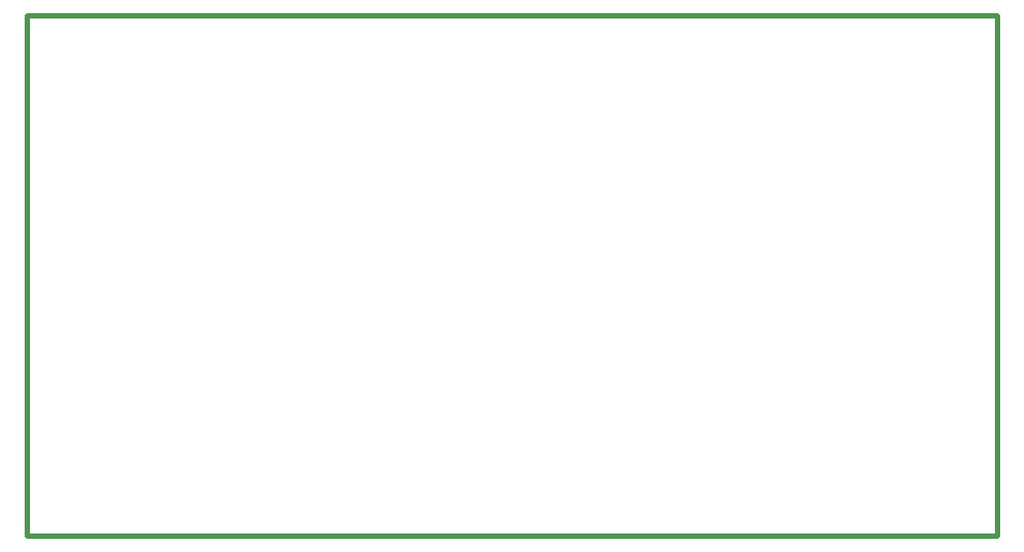
<source format=gbr>
%TF.GenerationSoftware,KiCad,Pcbnew,(6.0.2)*%
%TF.CreationDate,2023-06-01T18:25:34-05:00*%
%TF.ProjectId,MC_Circuit_v2,4d435f43-6972-4637-9569-745f76322e6b,rev?*%
%TF.SameCoordinates,Original*%
%TF.FileFunction,Profile,NP*%
%FSLAX46Y46*%
G04 Gerber Fmt 4.6, Leading zero omitted, Abs format (unit mm)*
G04 Created by KiCad (PCBNEW (6.0.2)) date 2023-06-01 18:25:34*
%MOMM*%
%LPD*%
G01*
G04 APERTURE LIST*
%TA.AperFunction,Profile*%
%ADD10C,0.500000*%
%TD*%
G04 APERTURE END LIST*
D10*
X98552000Y-65786000D02*
X191770000Y-65786000D01*
X191770000Y-65786000D02*
X191770000Y-115824000D01*
X191770000Y-115824000D02*
X98552000Y-115824000D01*
X98552000Y-115824000D02*
X98552000Y-65786000D01*
M02*

</source>
